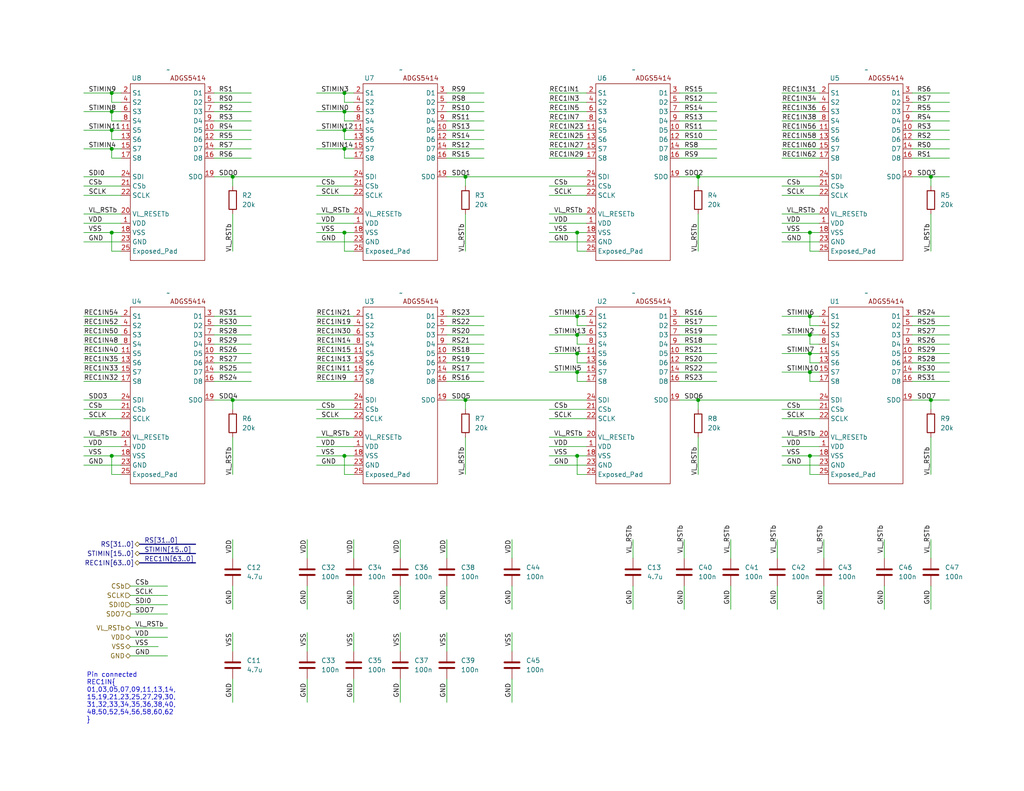
<source format=kicad_sch>
(kicad_sch (version 20231120) (generator "eeschema") (generator_version "8.0")
  (paper "USLetter")
  (title_block (title "Iris-128S") (date "2024-04-12") (rev "1.0.0") (company "OpenIC"))
  (lib_symbols
    (symbol "Device:C" (pin_numbers hide) (pin_names (offset 0.254))
      (property "Reference" "C" (at 0.635 2.54 0))
      (property "Value" "C" (at 0.635 -2.54 0))
      (symbol "C_0_1"
        (polyline (pts (xy -2.032 -0.762) (xy 2.032 -0.762)) (stroke (width 0.508)))
        (polyline (pts (xy -2.032 0.762) (xy 2.032 0.762)) (stroke (width 0.508)))
      )
      (symbol "C_1_1"
        (pin passive line (at 0 3.81 270) (length 2.794) (name "~") (number "1"))
        (pin passive line (at 0 -3.81 90) (length 2.794) (name "~") (number "2"))
      )
    )
    (symbol "Device:R" (pin_numbers hide) (pin_names (offset 0))
      (property "Reference" "R" (at 2.032 0 90))
      (property "Value" "R" (at 0 0 90))
      (symbol "R_0_1"
        (rectangle (start -1.016 -2.54) (end 1.016 2.54) (stroke (width 0.254)))
      )
      (symbol "R_1_1"
        (pin passive line (at 0 3.81 270) (length 1.27) (name "~") (number "1"))
        (pin passive line (at 0 -3.81 90) (length 1.27) (name "~") (number "2"))
      )
    )
    (symbol "openic_main:ADGS5414"
      (property "Reference" "U" (at -9.144 24.384 0))
      (symbol "ADGS5414_0_1"
        (rectangle (start -10.16 22.86) (end 10.16 -25.4))
      )
      (symbol "ADGS5414_1_1"
        (text "ADGS5414" (at 5.588 24.384 0) (effects (font (size 1.27 1.27))))
        (pin power_in line (at -12.7 -15.24 0) (length 2.54) (name "VDD") (number "1"))
        (pin bidirectional line (at 12.7 10.16 180) (length 2.54) (name "D5") (number "10"))
        (pin bidirectional line (at -12.7 10.16 0) (length 2.54) (name "S5") (number "11"))
        (pin bidirectional line (at 12.7 7.62 180) (length 2.54) (name "D6") (number "12"))
        (pin bidirectional line (at -12.7 7.62 0) (length 2.54) (name "S6") (number "13"))
        (pin bidirectional line (at 12.7 5.08 180) (length 2.54) (name "D7") (number "14"))
        (pin bidirectional line (at -12.7 5.08 0) (length 2.54) (name "S7") (number "15"))
        (pin bidirectional line (at 12.7 2.54 180) (length 2.54) (name "D8") (number "16"))
        (pin bidirectional line (at -12.7 2.54 0) (length 2.54) (name "S8") (number "17"))
        (pin power_in line (at -12.7 -17.78 0) (length 2.54) (name "VSS") (number "18"))
        (pin output line (at 12.7 -2.54 180) (length 2.54) (name "SDO") (number "19"))
        (pin bidirectional line (at -12.7 20.32 0) (length 2.54) (name "S1") (number "2"))
        (pin power_in line (at -12.7 -12.7 0) (length 2.54) (name "VL_RESETb") (number "20"))
        (pin input line (at -12.7 -5.08 0) (length 2.54) (name "CSb") (number "21"))
        (pin input line (at -12.7 -7.62 0) (length 2.54) (name "SCLK") (number "22"))
        (pin power_in line (at -12.7 -20.32 0) (length 2.54) (name "GND") (number "23"))
        (pin input line (at -12.7 -2.54 0) (length 2.54) (name "SDI") (number "24"))
        (pin power_in line (at -12.7 -22.86 0) (length 2.54) (name "Exposed_Pad") (number "25"))
        (pin bidirectional line (at 12.7 20.32 180) (length 2.54) (name "D1") (number "3"))
        (pin bidirectional line (at -12.7 17.78 0) (length 2.54) (name "S2") (number "4"))
        (pin bidirectional line (at 12.7 17.78 180) (length 2.54) (name "D2") (number "5"))
        (pin bidirectional line (at -12.7 15.24 0) (length 2.54) (name "S3") (number "6"))
        (pin bidirectional line (at 12.7 15.24 180) (length 2.54) (name "D3") (number "7"))
        (pin bidirectional line (at -12.7 12.7 0) (length 2.54) (name "S4") (number "8"))
        (pin bidirectional line (at 12.7 12.7 180) (length 2.54) (name "D4") (number "9"))
      )
    )
  )
  (junction (at 93.98 63.5))
  (junction (at 157.48 86.36))
  (junction (at 93.98 124.46))
  (junction (at 157.48 63.5))
  (junction (at 30.48 25.4))
  (junction (at 127 109.22))
  (junction (at 30.48 30.48))
  (junction (at 93.98 25.4))
  (junction (at 63.5 109.22))
  (junction (at 157.48 91.44))
  (junction (at 220.98 101.6))
  (junction (at 30.48 63.5))
  (junction (at 190.5 48.26))
  (junction (at 157.48 101.6))
  (junction (at 254 48.26))
  (junction (at 220.98 124.46))
  (junction (at 93.98 35.56))
  (junction (at 157.48 96.52))
  (junction (at 30.48 124.46))
  (junction (at 220.98 63.5))
  (junction (at 30.48 40.64))
  (junction (at 93.98 40.64))
  (junction (at 220.98 96.52))
  (junction (at 254 109.22))
  (junction (at 157.48 124.46))
  (junction (at 127 48.26))
  (junction (at 63.5 48.26))
  (junction (at 220.98 91.44))
  (junction (at 220.98 86.36))
  (junction (at 93.98 30.48))
  (junction (at 30.48 35.56))
  (junction (at 190.5 109.22))
  (wire (pts (xy 213.36 66.04) (xy 223.52 66.04)))
  (wire (pts (xy 185.42 33.02) (xy 195.58 33.02)))
  (wire (pts (xy 220.98 68.58) (xy 220.98 63.5)))
  (wire (pts (xy 157.48 88.9) (xy 157.48 86.36)))
  (wire (pts (xy 248.92 38.1) (xy 259.08 38.1)))
  (wire (pts (xy 86.36 50.8) (xy 96.52 50.8)))
  (wire (pts (xy 213.36 124.46) (xy 220.98 124.46)))
  (wire (pts (xy 185.42 101.6) (xy 195.58 101.6)))
  (wire (pts (xy 121.92 40.64) (xy 132.08 40.64)))
  (wire (pts (xy 86.36 121.92) (xy 96.52 121.92)))
  (wire (pts (xy 149.86 38.1) (xy 160.02 38.1)))
  (wire (pts (xy 30.48 68.58) (xy 30.48 63.5)))
  (wire (pts (xy 121.92 30.48) (xy 132.08 30.48)))
  (wire (pts (xy 30.48 43.18) (xy 30.48 40.64)))
  (wire (pts (xy 86.36 93.98) (xy 96.52 93.98)))
  (wire (pts (xy 172.72 147.32) (xy 172.72 152.4)))
  (wire (pts (xy 213.36 96.52) (xy 220.98 96.52)))
  (wire (pts (xy 121.92 25.4) (xy 132.08 25.4)))
  (wire (pts (xy 30.48 35.56) (xy 33.02 35.56)))
  (wire (pts (xy 185.42 27.94) (xy 195.58 27.94)))
  (wire (pts (xy 213.36 43.18) (xy 223.52 43.18)))
  (wire (pts (xy 127 58.42) (xy 127 68.58)))
  (wire (pts (xy 30.48 63.5) (xy 33.02 63.5)))
  (wire (pts (xy 212.09 147.32) (xy 212.09 152.4)))
  (wire (pts (xy 248.92 93.98) (xy 259.08 93.98)))
  (wire (pts (xy 185.42 96.52) (xy 195.58 96.52)))
  (wire (pts (xy 190.5 119.38) (xy 190.5 129.54)))
  (wire (pts (xy 248.92 101.6) (xy 259.08 101.6)))
  (wire (pts (xy 22.86 101.6) (xy 33.02 101.6)))
  (wire (pts (xy 127 48.26) (xy 160.02 48.26)))
  (wire (pts (xy 86.36 99.06) (xy 96.52 99.06)))
  (wire (pts (xy 58.42 104.14) (xy 68.58 104.14)))
  (wire (pts (xy 190.5 109.22) (xy 190.5 111.76)))
  (wire (pts (xy 220.98 88.9) (xy 220.98 86.36)))
  (wire (pts (xy 22.86 48.26) (xy 33.02 48.26)))
  (wire (pts (xy 22.86 91.44) (xy 33.02 91.44)))
  (bus (pts (xy 38.1 148.59) (xy 53.34 148.59)))
  (wire (pts (xy 35.56 167.64) (xy 45.72 167.64)))
  (wire (pts (xy 86.36 104.14) (xy 96.52 104.14)))
  (wire (pts (xy 109.22 147.32) (xy 109.22 152.4)))
  (wire (pts (xy 149.86 33.02) (xy 160.02 33.02)))
  (wire (pts (xy 213.36 33.02) (xy 223.52 33.02)))
  (wire (pts (xy 93.98 30.48) (xy 96.52 30.48)))
  (wire (pts (xy 121.92 96.52) (xy 132.08 96.52)))
  (wire (pts (xy 190.5 48.26) (xy 223.52 48.26)))
  (wire (pts (xy 58.42 99.06) (xy 68.58 99.06)))
  (wire (pts (xy 22.86 35.56) (xy 30.48 35.56)))
  (wire (pts (xy 35.56 173.99) (xy 45.72 173.99)))
  (wire (pts (xy 58.42 88.9) (xy 68.58 88.9)))
  (wire (pts (xy 149.86 86.36) (xy 157.48 86.36)))
  (wire (pts (xy 96.52 68.58) (xy 93.98 68.58)))
  (wire (pts (xy 35.56 171.45) (xy 45.72 171.45)))
  (wire (pts (xy 149.86 96.52) (xy 157.48 96.52)))
  (wire (pts (xy 96.52 33.02) (xy 93.98 33.02)))
  (wire (pts (xy 96.52 185.42) (xy 96.52 191.77)))
  (wire (pts (xy 127 48.26) (xy 127 50.8)))
  (wire (pts (xy 63.5 48.26) (xy 63.5 50.8)))
  (wire (pts (xy 22.86 86.36) (xy 33.02 86.36)))
  (wire (pts (xy 83.82 185.42) (xy 83.82 191.77)))
  (wire (pts (xy 220.98 96.52) (xy 223.52 96.52)))
  (wire (pts (xy 35.56 176.53) (xy 43.18 176.53)))
  (wire (pts (xy 149.86 60.96) (xy 160.02 60.96)))
  (wire (pts (xy 220.98 124.46) (xy 223.52 124.46)))
  (wire (pts (xy 93.98 40.64) (xy 96.52 40.64)))
  (wire (pts (xy 58.42 96.52) (xy 68.58 96.52)))
  (wire (pts (xy 220.98 91.44) (xy 223.52 91.44)))
  (wire (pts (xy 254 48.26) (xy 259.08 48.26)))
  (wire (pts (xy 58.42 109.22) (xy 63.5 109.22)))
  (wire (pts (xy 33.02 43.18) (xy 30.48 43.18)))
  (wire (pts (xy 58.42 86.36) (xy 68.58 86.36)))
  (wire (pts (xy 93.98 38.1) (xy 93.98 35.56)))
  (wire (pts (xy 185.42 30.48) (xy 195.58 30.48)))
  (wire (pts (xy 213.36 35.56) (xy 223.52 35.56)))
  (wire (pts (xy 30.48 124.46) (xy 33.02 124.46)))
  (wire (pts (xy 22.86 127) (xy 33.02 127)))
  (wire (pts (xy 86.36 114.3) (xy 96.52 114.3)))
  (wire (pts (xy 83.82 160.02) (xy 83.82 166.37)))
  (wire (pts (xy 121.92 38.1) (xy 132.08 38.1)))
  (wire (pts (xy 157.48 68.58) (xy 157.48 63.5)))
  (wire (pts (xy 86.36 96.52) (xy 96.52 96.52)))
  (wire (pts (xy 254 48.26) (xy 254 50.8)))
  (wire (pts (xy 199.39 147.32) (xy 199.39 152.4)))
  (wire (pts (xy 157.48 104.14) (xy 157.48 101.6)))
  (wire (pts (xy 35.56 179.07) (xy 45.72 179.07)))
  (wire (pts (xy 185.42 43.18) (xy 195.58 43.18)))
  (wire (pts (xy 190.5 48.26) (xy 190.5 50.8)))
  (wire (pts (xy 127 109.22) (xy 160.02 109.22)))
  (wire (pts (xy 160.02 129.54) (xy 157.48 129.54)))
  (wire (pts (xy 93.98 63.5) (xy 96.52 63.5)))
  (wire (pts (xy 223.52 88.9) (xy 220.98 88.9)))
  (wire (pts (xy 149.86 50.8) (xy 160.02 50.8)))
  (wire (pts (xy 157.48 101.6) (xy 160.02 101.6)))
  (wire (pts (xy 33.02 27.94) (xy 30.48 27.94)))
  (wire (pts (xy 121.92 160.02) (xy 121.92 166.37)))
  (wire (pts (xy 121.92 109.22) (xy 127 109.22)))
  (wire (pts (xy 224.79 147.32) (xy 224.79 152.4)))
  (wire (pts (xy 22.86 50.8) (xy 33.02 50.8)))
  (wire (pts (xy 121.92 99.06) (xy 132.08 99.06)))
  (wire (pts (xy 149.86 53.34) (xy 160.02 53.34)))
  (wire (pts (xy 157.48 99.06) (xy 157.48 96.52)))
  (wire (pts (xy 149.86 119.38) (xy 160.02 119.38)))
  (wire (pts (xy 121.92 104.14) (xy 132.08 104.14)))
  (wire (pts (xy 86.36 101.6) (xy 96.52 101.6)))
  (wire (pts (xy 86.36 58.42) (xy 96.52 58.42)))
  (wire (pts (xy 160.02 104.14) (xy 157.48 104.14)))
  (wire (pts (xy 93.98 124.46) (xy 96.52 124.46)))
  (wire (pts (xy 139.7 147.32) (xy 139.7 152.4)))
  (wire (pts (xy 185.42 104.14) (xy 195.58 104.14)))
  (wire (pts (xy 186.69 147.32) (xy 186.69 152.4)))
  (wire (pts (xy 121.92 86.36) (xy 132.08 86.36)))
  (wire (pts (xy 22.86 58.42) (xy 33.02 58.42)))
  (wire (pts (xy 63.5 58.42) (xy 63.5 68.58)))
  (wire (pts (xy 213.36 40.64) (xy 223.52 40.64)))
  (wire (pts (xy 33.02 129.54) (xy 30.48 129.54)))
  (wire (pts (xy 212.09 160.02) (xy 212.09 166.37)))
  (wire (pts (xy 254 109.22) (xy 254 111.76)))
  (wire (pts (xy 157.48 129.54) (xy 157.48 124.46)))
  (wire (pts (xy 241.3 147.32) (xy 241.3 152.4)))
  (wire (pts (xy 121.92 185.42) (xy 121.92 191.77)))
  (wire (pts (xy 185.42 40.64) (xy 195.58 40.64)))
  (wire (pts (xy 63.5 147.32) (xy 63.5 152.4)))
  (wire (pts (xy 185.42 88.9) (xy 195.58 88.9)))
  (wire (pts (xy 58.42 101.6) (xy 68.58 101.6)))
  (wire (pts (xy 121.92 172.72) (xy 121.92 177.8)))
  (wire (pts (xy 86.36 25.4) (xy 93.98 25.4)))
  (wire (pts (xy 254 147.32) (xy 254 152.4)))
  (wire (pts (xy 149.86 25.4) (xy 160.02 25.4)))
  (wire (pts (xy 22.86 53.34) (xy 33.02 53.34)))
  (wire (pts (xy 33.02 68.58) (xy 30.48 68.58)))
  (wire (pts (xy 149.86 58.42) (xy 160.02 58.42)))
  (wire (pts (xy 35.56 160.02) (xy 45.72 160.02)))
  (wire (pts (xy 213.36 58.42) (xy 223.52 58.42)))
  (wire (pts (xy 223.52 93.98) (xy 220.98 93.98)))
  (wire (pts (xy 22.86 114.3) (xy 33.02 114.3)))
  (wire (pts (xy 185.42 91.44) (xy 195.58 91.44)))
  (wire (pts (xy 248.92 40.64) (xy 259.08 40.64)))
  (wire (pts (xy 248.92 30.48) (xy 259.08 30.48)))
  (wire (pts (xy 149.86 111.76) (xy 160.02 111.76)))
  (wire (pts (xy 30.48 27.94) (xy 30.48 25.4)))
  (wire (pts (xy 248.92 104.14) (xy 259.08 104.14)))
  (wire (pts (xy 22.86 109.22) (xy 33.02 109.22)))
  (wire (pts (xy 58.42 30.48) (xy 68.58 30.48)))
  (wire (pts (xy 58.42 93.98) (xy 68.58 93.98)))
  (wire (pts (xy 22.86 99.06) (xy 33.02 99.06)))
  (wire (pts (xy 248.92 27.94) (xy 259.08 27.94)))
  (wire (pts (xy 96.52 38.1) (xy 93.98 38.1)))
  (wire (pts (xy 157.48 124.46) (xy 160.02 124.46)))
  (wire (pts (xy 86.36 53.34) (xy 96.52 53.34)))
  (wire (pts (xy 127 119.38) (xy 127 129.54)))
  (wire (pts (xy 93.98 129.54) (xy 93.98 124.46)))
  (wire (pts (xy 160.02 99.06) (xy 157.48 99.06)))
  (wire (pts (xy 149.86 101.6) (xy 157.48 101.6)))
  (wire (pts (xy 86.36 60.96) (xy 96.52 60.96)))
  (wire (pts (xy 58.42 33.02) (xy 68.58 33.02)))
  (wire (pts (xy 63.5 160.02) (xy 63.5 166.37)))
  (wire (pts (xy 127 109.22) (xy 127 111.76)))
  (wire (pts (xy 93.98 27.94) (xy 93.98 25.4)))
  (wire (pts (xy 30.48 30.48) (xy 33.02 30.48)))
  (wire (pts (xy 160.02 93.98) (xy 157.48 93.98)))
  (wire (pts (xy 22.86 104.14) (xy 33.02 104.14)))
  (wire (pts (xy 33.02 38.1) (xy 30.48 38.1)))
  (wire (pts (xy 30.48 38.1) (xy 30.48 35.56)))
  (wire (pts (xy 213.36 38.1) (xy 223.52 38.1)))
  (wire (pts (xy 86.36 119.38) (xy 96.52 119.38)))
  (wire (pts (xy 213.36 63.5) (xy 220.98 63.5)))
  (wire (pts (xy 22.86 40.64) (xy 30.48 40.64)))
  (wire (pts (xy 93.98 33.02) (xy 93.98 30.48)))
  (wire (pts (xy 139.7 172.72) (xy 139.7 177.8)))
  (wire (pts (xy 248.92 91.44) (xy 259.08 91.44)))
  (wire (pts (xy 149.86 27.94) (xy 160.02 27.94)))
  (wire (pts (xy 248.92 25.4) (xy 259.08 25.4)))
  (wire (pts (xy 109.22 160.02) (xy 109.22 166.37)))
  (wire (pts (xy 86.36 30.48) (xy 93.98 30.48)))
  (wire (pts (xy 160.02 88.9) (xy 157.48 88.9)))
  (wire (pts (xy 22.86 30.48) (xy 30.48 30.48)))
  (wire (pts (xy 149.86 124.46) (xy 157.48 124.46)))
  (wire (pts (xy 22.86 60.96) (xy 33.02 60.96)))
  (wire (pts (xy 22.86 63.5) (xy 30.48 63.5)))
  (wire (pts (xy 30.48 25.4) (xy 33.02 25.4)))
  (wire (pts (xy 248.92 48.26) (xy 254 48.26)))
  (wire (pts (xy 149.86 91.44) (xy 157.48 91.44)))
  (wire (pts (xy 213.36 101.6) (xy 220.98 101.6)))
  (wire (pts (xy 213.36 127) (xy 223.52 127)))
  (wire (pts (xy 223.52 99.06) (xy 220.98 99.06)))
  (wire (pts (xy 139.7 185.42) (xy 139.7 191.77)))
  (bus (pts (xy 38.1 153.67) (xy 53.34 153.67)))
  (wire (pts (xy 149.86 121.92) (xy 160.02 121.92)))
  (wire (pts (xy 149.86 35.56) (xy 160.02 35.56)))
  (wire (pts (xy 35.56 165.1) (xy 45.72 165.1)))
  (wire (pts (xy 248.92 109.22) (xy 254 109.22)))
  (wire (pts (xy 241.3 160.02) (xy 241.3 166.37)))
  (wire (pts (xy 96.52 43.18) (xy 93.98 43.18)))
  (wire (pts (xy 109.22 172.72) (xy 109.22 177.8)))
  (wire (pts (xy 121.92 35.56) (xy 132.08 35.56)))
  (wire (pts (xy 22.86 119.38) (xy 33.02 119.38)))
  (wire (pts (xy 93.98 25.4) (xy 96.52 25.4)))
  (wire (pts (xy 121.92 33.02) (xy 132.08 33.02)))
  (wire (pts (xy 86.36 86.36) (xy 96.52 86.36)))
  (wire (pts (xy 185.42 99.06) (xy 195.58 99.06)))
  (wire (pts (xy 58.42 91.44) (xy 68.58 91.44)))
  (wire (pts (xy 248.92 86.36) (xy 259.08 86.36)))
  (wire (pts (xy 121.92 43.18) (xy 132.08 43.18)))
  (wire (pts (xy 213.36 30.48) (xy 223.52 30.48)))
  (wire (pts (xy 160.02 68.58) (xy 157.48 68.58)))
  (wire (pts (xy 149.86 63.5) (xy 157.48 63.5)))
  (wire (pts (xy 254 160.02) (xy 254 166.37)))
  (wire (pts (xy 58.42 48.26) (xy 63.5 48.26)))
  (wire (pts (xy 58.42 25.4) (xy 68.58 25.4)))
  (wire (pts (xy 58.42 43.18) (xy 68.58 43.18)))
  (wire (pts (xy 213.36 53.34) (xy 223.52 53.34)))
  (wire (pts (xy 58.42 38.1) (xy 68.58 38.1)))
  (wire (pts (xy 213.36 86.36) (xy 220.98 86.36)))
  (wire (pts (xy 248.92 43.18) (xy 259.08 43.18)))
  (wire (pts (xy 83.82 172.72) (xy 83.82 177.8)))
  (wire (pts (xy 223.52 68.58) (xy 220.98 68.58)))
  (wire (pts (xy 30.48 30.48) (xy 30.48 33.02)))
  (wire (pts (xy 22.86 111.76) (xy 33.02 111.76)))
  (wire (pts (xy 213.36 50.8) (xy 223.52 50.8)))
  (wire (pts (xy 35.56 162.56) (xy 45.72 162.56)))
  (wire (pts (xy 58.42 40.64) (xy 68.58 40.64)))
  (wire (pts (xy 213.36 60.96) (xy 223.52 60.96)))
  (wire (pts (xy 220.98 86.36) (xy 223.52 86.36)))
  (wire (pts (xy 223.52 104.14) (xy 220.98 104.14)))
  (wire (pts (xy 213.36 91.44) (xy 220.98 91.44)))
  (wire (pts (xy 22.86 25.4) (xy 30.48 25.4)))
  (wire (pts (xy 86.36 127) (xy 96.52 127)))
  (wire (pts (xy 220.98 93.98) (xy 220.98 91.44)))
  (wire (pts (xy 121.92 91.44) (xy 132.08 91.44)))
  (wire (pts (xy 33.02 33.02) (xy 30.48 33.02)))
  (wire (pts (xy 22.86 124.46) (xy 30.48 124.46)))
  (bus (pts (xy 38.1 151.13) (xy 53.34 151.13)))
  (wire (pts (xy 185.42 86.36) (xy 195.58 86.36)))
  (wire (pts (xy 223.52 129.54) (xy 220.98 129.54)))
  (wire (pts (xy 86.36 88.9) (xy 96.52 88.9)))
  (wire (pts (xy 149.86 66.04) (xy 160.02 66.04)))
  (wire (pts (xy 185.42 38.1) (xy 195.58 38.1)))
  (wire (pts (xy 248.92 96.52) (xy 259.08 96.52)))
  (wire (pts (xy 213.36 121.92) (xy 223.52 121.92)))
  (wire (pts (xy 109.22 185.42) (xy 109.22 191.77)))
  (wire (pts (xy 96.52 160.02) (xy 96.52 166.37)))
  (wire (pts (xy 157.48 93.98) (xy 157.48 91.44)))
  (wire (pts (xy 83.82 147.32) (xy 83.82 152.4)))
  (wire (pts (xy 254 119.38) (xy 254 129.54)))
  (wire (pts (xy 186.69 160.02) (xy 186.69 166.37)))
  (wire (pts (xy 220.98 101.6) (xy 223.52 101.6)))
  (wire (pts (xy 96.52 147.32) (xy 96.52 152.4)))
  (wire (pts (xy 86.36 111.76) (xy 96.52 111.76)))
  (wire (pts (xy 248.92 99.06) (xy 259.08 99.06)))
  (wire (pts (xy 86.36 40.64) (xy 93.98 40.64)))
  (wire (pts (xy 30.48 129.54) (xy 30.48 124.46)))
  (wire (pts (xy 172.72 160.02) (xy 172.72 166.37)))
  (wire (pts (xy 96.52 27.94) (xy 93.98 27.94)))
  (wire (pts (xy 248.92 35.56) (xy 259.08 35.56)))
  (wire (pts (xy 121.92 88.9) (xy 132.08 88.9)))
  (wire (pts (xy 22.86 121.92) (xy 33.02 121.92)))
  (wire (pts (xy 63.5 109.22) (xy 63.5 111.76)))
  (wire (pts (xy 93.98 68.58) (xy 93.98 63.5)))
  (wire (pts (xy 121.92 27.94) (xy 132.08 27.94)))
  (wire (pts (xy 149.86 43.18) (xy 160.02 43.18)))
  (wire (pts (xy 63.5 109.22) (xy 96.52 109.22)))
  (wire (pts (xy 149.86 40.64) (xy 160.02 40.64)))
  (wire (pts (xy 86.36 35.56) (xy 93.98 35.56)))
  (wire (pts (xy 224.79 160.02) (xy 224.79 166.37)))
  (wire (pts (xy 22.86 66.04) (xy 33.02 66.04)))
  (wire (pts (xy 96.52 129.54) (xy 93.98 129.54)))
  (wire (pts (xy 185.42 35.56) (xy 195.58 35.56)))
  (wire (pts (xy 185.42 93.98) (xy 195.58 93.98)))
  (wire (pts (xy 22.86 96.52) (xy 33.02 96.52)))
  (wire (pts (xy 157.48 63.5) (xy 160.02 63.5)))
  (wire (pts (xy 96.52 172.72) (xy 96.52 177.8)))
  (wire (pts (xy 157.48 91.44) (xy 160.02 91.44)))
  (wire (pts (xy 63.5 172.72) (xy 63.5 177.8)))
  (wire (pts (xy 86.36 124.46) (xy 93.98 124.46)))
  (wire (pts (xy 254 109.22) (xy 259.08 109.22)))
  (wire (pts (xy 185.42 109.22) (xy 190.5 109.22)))
  (wire (pts (xy 121.92 93.98) (xy 132.08 93.98)))
  (wire (pts (xy 220.98 129.54) (xy 220.98 124.46)))
  (wire (pts (xy 93.98 35.56) (xy 96.52 35.56)))
  (wire (pts (xy 190.5 58.42) (xy 190.5 68.58)))
  (wire (pts (xy 121.92 101.6) (xy 132.08 101.6)))
  (wire (pts (xy 248.92 33.02) (xy 259.08 33.02)))
  (wire (pts (xy 220.98 63.5) (xy 223.52 63.5)))
  (wire (pts (xy 213.36 111.76) (xy 223.52 111.76)))
  (wire (pts (xy 199.39 160.02) (xy 199.39 166.37)))
  (wire (pts (xy 22.86 88.9) (xy 33.02 88.9)))
  (wire (pts (xy 248.92 88.9) (xy 259.08 88.9)))
  (wire (pts (xy 63.5 48.26) (xy 96.52 48.26)))
  (wire (pts (xy 86.36 66.04) (xy 96.52 66.04)))
  (wire (pts (xy 58.42 27.94) (xy 68.58 27.94)))
  (wire (pts (xy 220.98 99.06) (xy 220.98 96.52)))
  (wire (pts (xy 58.42 35.56) (xy 68.58 35.56)))
  (wire (pts (xy 213.36 25.4) (xy 223.52 25.4)))
  (wire (pts (xy 63.5 185.42) (xy 63.5 191.77)))
  (wire (pts (xy 254 58.42) (xy 254 68.58)))
  (wire (pts (xy 213.36 27.94) (xy 223.52 27.94)))
  (wire (pts (xy 185.42 48.26) (xy 190.5 48.26)))
  (wire (pts (xy 157.48 96.52) (xy 160.02 96.52)))
  (wire (pts (xy 149.86 127) (xy 160.02 127)))
  (wire (pts (xy 63.5 119.38) (xy 63.5 129.54)))
  (wire (pts (xy 149.86 114.3) (xy 160.02 114.3)))
  (wire (pts (xy 30.48 40.64) (xy 33.02 40.64)))
  (wire (pts (xy 185.42 25.4) (xy 195.58 25.4)))
  (wire (pts (xy 93.98 43.18) (xy 93.98 40.64)))
  (wire (pts (xy 121.92 147.32) (xy 121.92 152.4)))
  (wire (pts (xy 149.86 30.48) (xy 160.02 30.48)))
  (wire (pts (xy 86.36 63.5) (xy 93.98 63.5)))
  (wire (pts (xy 213.36 119.38) (xy 223.52 119.38)))
  (wire (pts (xy 220.98 104.14) (xy 220.98 101.6)))
  (wire (pts (xy 139.7 160.02) (xy 139.7 166.37)))
  (wire (pts (xy 86.36 91.44) (xy 96.52 91.44)))
  (wire (pts (xy 213.36 114.3) (xy 223.52 114.3)))
  (wire (pts (xy 190.5 109.22) (xy 223.52 109.22)))
  (wire (pts (xy 22.86 93.98) (xy 33.02 93.98)))
  (wire (pts (xy 157.48 86.36) (xy 160.02 86.36)))
  (wire (pts (xy 121.92 48.26) (xy 127 48.26)))
  (text "Pin connected\nREC1IN{\n01,03,05,07,09,11,13,14,\n15,19,21,23,25,27,29,30,\n31,32,33,34,35,36,38,40,\n48,50,52,54,56,58,60,62\n}" (at 23.622 190.5 0) (effects (font (size 1.27 1.27)) (justify left)))
  (label "RS27" (at 250.19 91.44 0))
  (label "RS18" (at 186.69 93.98 0))
  (label "VSS" (at 139.7 176.53 90))
  (label "GND" (at 87.63 66.04 0))
  (label "REC1IN3" (at 149.86 27.94 0))
  (label "SDO3" (at 250.19 48.26 0))
  (label "GND" (at 24.13 127 0))
  (label "SDO7" (at 36.83 167.64 0))
  (label "REC1IN31" (at 213.36 25.4 0))
  (label "VL_RSTb" (at 212.09 151.13 90))
  (label "REC1IN25" (at 149.86 38.1 0))
  (label "RS19" (at 123.19 99.06 0))
  (label "SDO3" (at 24.13 109.22 0))
  (label "RS14" (at 123.19 38.1 0))
  (label "RS14" (at 186.69 30.48 0))
  (label "VSS" (at 24.13 124.46 0))
  (label "SCLK" (at 87.63 114.3 0))
  (label "REC1IN7" (at 149.86 33.02 0))
  (label "VDD" (at 121.92 151.13 90))
  (label "REC1IN50" (at 22.86 91.44 0))
  (label "GND" (at 139.7 190.5 90))
  (label "VL_RSTb" (at 186.69 151.13 90))
  (label "REC1IN5" (at 149.86 30.48 0))
  (label "VL_RSTb" (at 24.13 119.38 0))
  (label "VDD" (at 214.63 121.92 0))
  (label "VL_RSTb" (at 151.13 119.38 0))
  (label "VSS" (at 96.52 176.53 90))
  (label "RS28" (at 59.69 91.44 0))
  (label "RS0" (at 59.69 27.94 0))
  (label "CSb" (at 151.13 111.76 0))
  (label "SDO1" (at 123.19 48.26 0))
  (label "RS7" (at 59.69 40.64 0))
  (label "RS10" (at 186.69 38.1 0))
  (label "SCLK" (at 87.63 53.34 0))
  (label "VL_RSTb" (at 87.63 58.42 0))
  (label "GND" (at 212.09 165.1 90))
  (label "VSS" (at 24.13 63.5 0))
  (label "CSb" (at 214.63 50.8 0))
  (label "RS17" (at 123.19 101.6 0))
  (label "STIMIN0" (at 87.63 30.48 0))
  (label "GND" (at 241.3 165.1 90))
  (label "REC1IN30" (at 86.36 91.44 0))
  (label "SDO7" (at 250.19 109.22 0))
  (label "RS4" (at 59.69 35.56 0))
  (label "RS3" (at 59.69 33.02 0))
  (label "RS20" (at 186.69 99.06 0))
  (label "REC1IN9" (at 86.36 104.14 0))
  (label "VL_RSTb" (at 63.5 121.92 270))
  (label "STIMIN4" (at 24.13 40.64 0))
  (label "GND" (at 96.52 190.5 90))
  (label "RS[31..0]" (at 39.37 148.59 0))
  (label "REC1IN35" (at 22.86 99.06 0))
  (label "VSS" (at 151.13 124.46 0))
  (label "SCLK" (at 24.13 114.3 0))
  (label "RS12" (at 123.19 40.64 0))
  (label "RS6" (at 59.69 43.18 0))
  (label "RS30" (at 59.69 88.9 0))
  (label "VDD" (at 109.22 151.13 90))
  (label "RS12" (at 186.69 27.94 0))
  (label "GND" (at 83.82 190.5 90))
  (label "SCLK" (at 214.63 114.3 0))
  (label "REC1IN40" (at 22.86 96.52 0))
  (label "SDO4" (at 59.69 109.22 0))
  (label "VSS" (at 109.22 176.53 90))
  (label "VSS" (at 151.13 63.5 0))
  (label "SDO6" (at 186.69 109.22 0))
  (label "RS31" (at 59.69 86.36 0))
  (label "CSb" (at 87.63 111.76 0))
  (label "VL_RSTb" (at 254 151.13 90))
  (label "RS9" (at 186.69 43.18 0))
  (label "VSS" (at 63.5 176.53 90))
  (label "RS1" (at 250.19 43.18 0))
  (label "VL_RSTb" (at 127 121.92 270))
  (label "RS18" (at 123.19 96.52 0))
  (label "VL_RSTb" (at 63.5 60.96 270))
  (label "RS29" (at 250.19 96.52 0))
  (label "VDD" (at 87.63 60.96 0))
  (label "RS0" (at 250.19 40.64 0))
  (label "VDD" (at 139.7 151.13 90))
  (label "VL_RSTb" (at 190.5 60.96 270))
  (label "RS10" (at 123.19 30.48 0))
  (label "VL_RSTb" (at 127 60.96 270))
  (label "GND" (at 63.5 190.5 90))
  (label "RS2" (at 250.19 38.1 0))
  (label "RS15" (at 123.19 43.18 0))
  (label "GND" (at 214.63 127 0))
  (label "STIMIN6" (at 214.63 86.36 0))
  (label "GND" (at 121.92 165.1 90))
  (label "STIMIN11" (at 24.13 35.56 0))
  (label "RS23" (at 123.19 86.36 0))
  (label "STIMIN1" (at 151.13 96.52 0))
  (label "RS23" (at 186.69 104.14 0))
  (label "GND" (at 109.22 190.5 90))
  (label "SCLK" (at 151.13 114.3 0))
  (label "VL_RSTb" (at 254 121.92 270))
  (label "GND" (at 24.13 66.04 0))
  (label "SDO5" (at 123.19 109.22 0))
  (label "GND" (at 214.63 66.04 0))
  (label "GND" (at 199.39 165.1 90))
  (label "REC1IN[63..0]" (at 39.37 153.67 0))
  (label "VL_RSTb" (at 254 60.96 270))
  (label "STIMIN[15..0]" (at 39.37 151.13 0))
  (label "VL_RSTb" (at 214.63 58.42 0))
  (label "REC1IN38" (at 213.36 33.02 0))
  (label "VL_RSTb" (at 172.72 151.13 90))
  (label "SDO0" (at 59.69 48.26 0))
  (label "RS5" (at 250.19 30.48 0))
  (label "VL_RSTb" (at 151.13 58.42 0))
  (label "RS4" (at 250.19 33.02 0))
  (label "VSS" (at 214.63 124.46 0))
  (label "RS26" (at 59.69 96.52 0))
  (label "RS30" (at 250.19 101.6 0))
  (label "SDI0" (at 24.13 48.26 0))
  (label "RS13" (at 186.69 33.02 0))
  (label "RS19" (at 186.69 91.44 0))
  (label "RS28" (at 250.19 99.06 0))
  (label "RS8" (at 123.19 27.94 0))
  (label "GND" (at 63.5 165.1 90))
  (label "GND" (at 121.92 190.5 90))
  (label "VDD" (at 24.13 121.92 0))
  (label "RS7" (at 250.19 27.94 0))
  (label "RS17" (at 186.69 88.9 0))
  (label "GND" (at 36.83 179.07 0))
  (label "RS11" (at 123.19 33.02 0))
  (label "STIMIN15" (at 151.13 86.36 0))
  (label "RS21" (at 123.19 93.98 0))
  (label "REC1IN56" (at 213.36 35.56 0))
  (label "RS25" (at 250.19 88.9 0))
  (label "SDI0" (at 36.83 165.1 0))
  (label "GND" (at 96.52 165.1 90))
  (label "VL_RSTb" (at 214.63 119.38 0))
  (label "VDD" (at 151.13 121.92 0))
  (label "RS16" (at 186.69 86.36 0))
  (label "VSS" (at 36.83 176.53 0))
  (label "RS13" (at 123.19 35.56 0))
  (label "SCLK" (at 24.13 53.34 0))
  (label "REC1IN14" (at 86.36 93.98 0))
  (label "RS6" (at 250.19 25.4 0))
  (label "STIMIN7" (at 214.63 96.52 0))
  (label "VDD" (at 63.5 151.13 90))
  (label "RS27" (at 59.69 99.06 0))
  (label "REC1IN48" (at 22.86 93.98 0))
  (label "RS9" (at 123.19 25.4 0))
  (label "SDO2" (at 186.69 48.26 0))
  (label "REC1IN23" (at 149.86 35.56 0))
  (label "REC1IN34" (at 213.36 27.94 0))
  (label "VDD" (at 87.63 121.92 0))
  (label "REC1IN21" (at 86.36 86.36 0))
  (label "REC1IN33" (at 22.86 101.6 0))
  (label "REC1IN36" (at 213.36 30.48 0))
  (label "CSb" (at 24.13 50.8 0))
  (label "STIMIN2" (at 214.63 91.44 0))
  (label "VSS" (at 121.92 176.53 90))
  (label "GND" (at 151.13 127 0))
  (label "VSS" (at 87.63 124.46 0))
  (label "CSb" (at 151.13 50.8 0))
  (label "GND" (at 224.79 165.1 90))
  (label "RS2" (at 59.69 30.48 0))
  (label "CSb" (at 87.63 50.8 0))
  (label "VDD" (at 151.13 60.96 0))
  (label "STIMIN14" (at 87.63 40.64 0))
  (label "REC1IN62" (at 213.36 43.18 0))
  (label "VDD" (at 214.63 60.96 0))
  (label "RS1" (at 59.69 25.4 0))
  (label "GND" (at 83.82 165.1 90))
  (label "REC1IN19" (at 86.36 88.9 0))
  (label "STIMIN10" (at 214.63 101.6 0))
  (label "VL_RSTb" (at 87.63 119.38 0))
  (label "RS15" (at 186.69 25.4 0))
  (label "REC1IN60" (at 213.36 40.64 0))
  (label "VDD" (at 24.13 60.96 0))
  (label "REC1IN54" (at 22.86 86.36 0))
  (label "VL_RSTb" (at 241.3 151.13 90))
  (label "VL_RSTb" (at 199.39 151.13 90))
  (label "REC1IN32" (at 22.86 104.14 0))
  (label "GND" (at 254 165.1 90))
  (label "VDD" (at 83.82 151.13 90))
  (label "REC1IN1" (at 149.86 25.4 0))
  (label "VL_RSTb" (at 36.83 171.45 0))
  (label "GND" (at 109.22 165.1 90))
  (label "RS20" (at 123.19 91.44 0))
  (label "RS8" (at 186.69 40.64 0))
  (label "SCLK" (at 214.63 53.34 0))
  (label "STIMIN9" (at 24.13 25.4 0))
  (label "STIMIN3" (at 87.63 25.4 0))
  (label "REC1IN52" (at 22.86 88.9 0))
  (label "REC1IN13" (at 86.36 99.06 0))
  (label "VSS" (at 87.63 63.5 0))
  (label "STIMIN5" (at 151.13 101.6 0))
  (label "RS16" (at 123.19 104.14 0))
  (label "RS11" (at 186.69 35.56 0))
  (label "SCLK" (at 151.13 53.34 0))
  (label "REC1IN29" (at 149.86 43.18 0))
  (label "VSS" (at 83.82 176.53 90))
  (label "STIMIN13" (at 151.13 91.44 0))
  (label "CSb" (at 24.13 111.76 0))
  (label "GND" (at 172.72 165.1 90))
  (label "VDD" (at 96.52 151.13 90))
  (label "RS3" (at 250.19 35.56 0))
  (label "CSb" (at 214.63 111.76 0))
  (label "GND" (at 151.13 66.04 0))
  (label "STIMIN8" (at 24.13 30.48 0))
  (label "REC1IN15" (at 86.36 96.52 0))
  (label "RS31" (at 250.19 104.14 0))
  (label "GND" (at 139.7 165.1 90))
  (label "CSb" (at 36.83 160.02 0))
  (label "RS5" (at 59.69 38.1 0))
  (label "VL_RSTb" (at 24.13 58.42 0))
  (label "RS22" (at 123.19 88.9 0))
  (label "RS25" (at 59.69 101.6 0))
  (label "SCLK" (at 36.83 162.56 0))
  (label "REC1IN58" (at 213.36 38.1 0))
  (label "RS24" (at 250.19 86.36 0))
  (label "STIMIN12" (at 87.63 35.56 0))
  (label "RS29" (at 59.69 93.98 0))
  (label "REC1IN11" (at 86.36 101.6 0))
  (label "RS22" (at 186.69 101.6 0))
  (label "VL_RSTb" (at 224.79 151.13 90))
  (label "VDD" (at 36.83 173.99 0))
  (label "GND" (at 186.69 165.1 90))
  (label "VL_RSTb" (at 190.5 121.92 270))
  (label "VSS" (at 214.63 63.5 0))
  (label "GND" (at 87.63 127 0))
  (label "RS24" (at 59.69 104.14 0))
  (label "RS21" (at 186.69 96.52 0))
  (label "REC1IN27" (at 149.86 40.64 0))
  (label "RS26" (at 250.19 93.98 0))
  (hierarchical_label "CSb" (shape input) (at 35.56 160.02 180))
  (hierarchical_label "SDI0" (shape input) (at 35.56 165.1 180))
  (hierarchical_label "SDO7" (shape output) (at 35.56 167.64 180))
  (hierarchical_label "REC1IN[63..0]" (shape bidirectional) (at 38.1 153.67 180))
  (hierarchical_label "GND" (shape bidirectional) (at 35.56 179.07 180))
  (hierarchical_label "VL_RSTb" (shape bidirectional) (at 35.56 171.45 180))
  (hierarchical_label "RS[31..0]" (shape bidirectional) (at 38.1 148.59 180))
  (hierarchical_label "STIMIN[15..0]" (shape bidirectional) (at 38.1 151.13 180))
  (hierarchical_label "SCLK" (shape input) (at 35.56 162.56 180))
  (hierarchical_label "VDD" (shape bidirectional) (at 35.56 173.99 180))
  (hierarchical_label "VSS" (shape bidirectional) (at 35.56 176.53 180))
  (symbol (lib_id "Device:C") (at 83.82 156.21 0) (unit 1)
    (property "Reference" "C32" (at 87.63 154.9399 0) (effects (justify left)))
    (property "Value" "100n" (at 87.63 157.4799 0) (effects (justify left)))
    (property "Footprint" "Capacitor_SMD:C_0201_0603Metric" (effects (hide yes)))
    (property "Description" "Unpolarized capacitor" (effects (hide yes)))
    (property "MPN" "C0603X5R1C104K030BC" (effects (hide yes)))
    (property "Manufacturer" "TDK" (effects (hide yes)))
  )
  (symbol (lib_id "Device:R") (at 63.5 54.61 0) (unit 1)
    (property "Reference" "R2" (at 66.04 53.3399 0) (effects (justify left)))
    (property "Value" "20k" (at 66.04 55.8799 0) (effects (justify left)))
    (property "Footprint" "Resistor_SMD:R_0201_0603Metric" (effects (hide yes)))
    (property "Description" "Resistor" (effects (hide yes)))
    (property "MPN" "RC0201FR-0720KL" (effects (hide yes)))
    (property "Manufacturer" "Yageo" (effects (hide yes)))
  )
  (symbol (lib_id "Device:R") (at 127 54.61 0) (unit 1)
    (property "Reference" "R3" (at 129.54 53.3399 0) (effects (justify left)))
    (property "Value" "20k" (at 129.54 55.8799 0) (effects (justify left)))
    (property "Footprint" "Resistor_SMD:R_0201_0603Metric" (effects (hide yes)))
    (property "Description" "Resistor" (effects (hide yes)))
    (property "MPN" "RC0201FR-0720KL" (effects (hide yes)))
    (property "Manufacturer" "Yageo" (effects (hide yes)))
  )
  (symbol (lib_id "openic_main:ADGS5414") (at 236.22 45.72 0) (unit 1)
    (property "Reference" "U5" (at 227.7726 21.336 0))
    (property "Value" "~" (at 236.4086 19.05 0))
    (property "Footprint" "openic:LFCSP-24-1EP_4mmx4mm_P0.5mm_EP2.6mm" (effects (hide yes)))
    (property "Description" "8-Channel Analog Switch" (effects (hide yes)))
    (property "MPN" "  ADGS5414BCPZ" (effects (hide yes)))
    (property "Manufacturer" "ADI" (effects (hide yes)))
  )
  (symbol (lib_id "Device:C") (at 212.09 156.21 0) (unit 1)
    (property "Reference" "C42" (at 215.9 154.9399 0) (effects (justify left)))
    (property "Value" "100n" (at 215.9 157.4799 0) (effects (justify left)))
    (property "Footprint" "Capacitor_SMD:C_0201_0603Metric" (effects (hide yes)))
    (property "Description" "Unpolarized capacitor" (effects (hide yes)))
    (property "MPN" "C0603X5R1C104K030BC" (effects (hide yes)))
    (property "Manufacturer" "TDK" (effects (hide yes)))
  )
  (symbol (lib_id "Device:C") (at 63.5 181.61 0) (unit 1)
    (property "Reference" "C11" (at 67.31 180.3399 0) (effects (justify left)))
    (property "Value" "4.7u" (at 67.31 182.8799 0) (effects (justify left)))
    (property "Footprint" "Capacitor_SMD:C_0402_1005Metric" (effects (hide yes)))
    (property "Description" "Unpolarized capacitor" (effects (hide yes)))
    (property "MPN" "KGM05CR51C475MH" (effects (hide yes)))
    (property "Manufacturer" "Kyocera AVX" (effects (hide yes)))
  )
  (symbol (lib_id "Device:R") (at 190.5 115.57 0) (unit 1)
    (property "Reference" "R8" (at 193.04 114.2999 0) (effects (justify left)))
    (property "Value" "20k" (at 193.04 116.8399 0) (effects (justify left)))
    (property "Footprint" "Resistor_SMD:R_0201_0603Metric" (effects (hide yes)))
    (property "Description" "Resistor" (effects (hide yes)))
    (property "MPN" "RC0201FR-0720KL" (effects (hide yes)))
    (property "Manufacturer" "Yageo" (effects (hide yes)))
  )
  (symbol (lib_id "Device:C") (at 172.72 156.21 0) (unit 1)
    (property "Reference" "C13" (at 176.53 154.9399 0) (effects (justify left)))
    (property "Value" "4.7u" (at 176.53 157.4799 0) (effects (justify left)))
    (property "Footprint" "Capacitor_SMD:C_0402_1005Metric" (effects (hide yes)))
    (property "Description" "Unpolarized capacitor" (effects (hide yes)))
    (property "MPN" "KGM05CR51C475MH" (effects (hide yes)))
    (property "Manufacturer" "Kyocera AVX" (effects (hide yes)))
  )
  (symbol (lib_id "Device:C") (at 63.5 156.21 0) (unit 1)
    (property "Reference" "C12" (at 67.31 154.9399 0) (effects (justify left)))
    (property "Value" "4.7u" (at 67.31 157.4799 0) (effects (justify left)))
    (property "Footprint" "Capacitor_SMD:C_0402_1005Metric" (effects (hide yes)))
    (property "Description" "Unpolarized capacitor" (effects (hide yes)))
    (property "MPN" "KGM05CR51C475MH" (effects (hide yes)))
    (property "Manufacturer" "Kyocera AVX" (effects (hide yes)))
  )
  (symbol (lib_id "Device:C") (at 96.52 181.61 0) (unit 1)
    (property "Reference" "C35" (at 100.33 180.3399 0) (effects (justify left)))
    (property "Value" "100n" (at 100.33 182.8799 0) (effects (justify left)))
    (property "Footprint" "Capacitor_SMD:C_0201_0603Metric" (effects (hide yes)))
    (property "Description" "Unpolarized capacitor" (effects (hide yes)))
    (property "MPN" "C0603X5R1C104K030BC" (effects (hide yes)))
    (property "Manufacturer" "TDK" (effects (hide yes)))
  )
  (symbol (lib_id "Device:C") (at 121.92 156.21 0) (unit 1)
    (property "Reference" "C38" (at 125.73 154.9399 0) (effects (justify left)))
    (property "Value" "100n" (at 125.73 157.4799 0) (effects (justify left)))
    (property "Footprint" "Capacitor_SMD:C_0201_0603Metric" (effects (hide yes)))
    (property "Description" "Unpolarized capacitor" (effects (hide yes)))
    (property "MPN" "C0603X5R1C104K030BC" (effects (hide yes)))
    (property "Manufacturer" "TDK" (effects (hide yes)))
  )
  (symbol (lib_id "openic_main:ADGS5414") (at 236.22 106.68 0) (unit 1)
    (property "Reference" "U1" (at 227.7726 82.296 0))
    (property "Value" "~" (at 236.4086 80.01 0))
    (property "Footprint" "openic:LFCSP-24-1EP_4mmx4mm_P0.5mm_EP2.6mm" (effects (hide yes)))
    (property "Description" "8-Channel Analog Switch" (effects (hide yes)))
    (property "MPN" "  ADGS5414BCPZ" (effects (hide yes)))
    (property "Manufacturer" "ADI" (effects (hide yes)))
  )
  (symbol (lib_id "Device:C") (at 186.69 156.21 0) (unit 1)
    (property "Reference" "C40" (at 190.5 154.9399 0) (effects (justify left)))
    (property "Value" "100n" (at 190.5 157.4799 0) (effects (justify left)))
    (property "Footprint" "Capacitor_SMD:C_0201_0603Metric" (effects (hide yes)))
    (property "Description" "Unpolarized capacitor" (effects (hide yes)))
    (property "MPN" "C0603X5R1C104K030BC" (effects (hide yes)))
    (property "Manufacturer" "TDK" (effects (hide yes)))
  )
  (symbol (lib_id "Device:C") (at 121.92 181.61 0) (unit 1)
    (property "Reference" "C39" (at 125.73 180.3399 0) (effects (justify left)))
    (property "Value" "100n" (at 125.73 182.8799 0) (effects (justify left)))
    (property "Footprint" "Capacitor_SMD:C_0201_0603Metric" (effects (hide yes)))
    (property "Description" "Unpolarized capacitor" (effects (hide yes)))
    (property "MPN" "C0603X5R1C104K030BC" (effects (hide yes)))
    (property "Manufacturer" "TDK" (effects (hide yes)))
  )
  (symbol (lib_id "Device:R") (at 254 54.61 0) (unit 1)
    (property "Reference" "R5" (at 256.54 53.3399 0) (effects (justify left)))
    (property "Value" "20k" (at 256.54 55.8799 0) (effects (justify left)))
    (property "Footprint" "Resistor_SMD:R_0201_0603Metric" (effects (hide yes)))
    (property "Description" "Resistor" (effects (hide yes)))
    (property "MPN" "RC0201FR-0720KL" (effects (hide yes)))
    (property "Manufacturer" "Yageo" (effects (hide yes)))
  )
  (symbol (lib_id "openic_main:ADGS5414") (at 45.72 45.72 0) (unit 1)
    (property "Reference" "U8" (at 37.2726 21.336 0))
    (property "Value" "~" (at 45.9086 19.05 0))
    (property "Footprint" "openic:LFCSP-24-1EP_4mmx4mm_P0.5mm_EP2.6mm" (effects (hide yes)))
    (property "Description" "8-Channel Analog Switch" (effects (hide yes)))
    (property "MPN" "  ADGS5414BCPZ" (effects (hide yes)))
    (property "Manufacturer" "ADI" (effects (hide yes)))
  )
  (symbol (lib_id "Device:C") (at 96.52 156.21 0) (unit 1)
    (property "Reference" "C34" (at 100.33 154.9399 0) (effects (justify left)))
    (property "Value" "100n" (at 100.33 157.4799 0) (effects (justify left)))
    (property "Footprint" "Capacitor_SMD:C_0201_0603Metric" (effects (hide yes)))
    (property "Description" "Unpolarized capacitor" (effects (hide yes)))
    (property "MPN" "C0603X5R1C104K030BC" (effects (hide yes)))
    (property "Manufacturer" "TDK" (effects (hide yes)))
  )
  (symbol (lib_id "Device:C") (at 109.22 181.61 0) (unit 1)
    (property "Reference" "C37" (at 113.03 180.3399 0) (effects (justify left)))
    (property "Value" "100n" (at 113.03 182.8799 0) (effects (justify left)))
    (property "Footprint" "Capacitor_SMD:C_0201_0603Metric" (effects (hide yes)))
    (property "Description" "Unpolarized capacitor" (effects (hide yes)))
    (property "MPN" "C0603X5R1C104K030BC" (effects (hide yes)))
    (property "Manufacturer" "TDK" (effects (hide yes)))
  )
  (symbol (lib_id "Device:C") (at 224.79 156.21 0) (unit 1)
    (property "Reference" "C43" (at 228.6 154.9399 0) (effects (justify left)))
    (property "Value" "100n" (at 228.6 157.4799 0) (effects (justify left)))
    (property "Footprint" "Capacitor_SMD:C_0201_0603Metric" (effects (hide yes)))
    (property "Description" "Unpolarized capacitor" (effects (hide yes)))
    (property "MPN" "C0603X5R1C104K030BC" (effects (hide yes)))
    (property "Manufacturer" "TDK" (effects (hide yes)))
  )
  (symbol (lib_id "Device:C") (at 109.22 156.21 0) (unit 1)
    (property "Reference" "C36" (at 113.03 154.9399 0) (effects (justify left)))
    (property "Value" "100n" (at 113.03 157.4799 0) (effects (justify left)))
    (property "Footprint" "Capacitor_SMD:C_0201_0603Metric" (effects (hide yes)))
    (property "Description" "Unpolarized capacitor" (effects (hide yes)))
    (property "MPN" "C0603X5R1C104K030BC" (effects (hide yes)))
    (property "Manufacturer" "TDK" (effects (hide yes)))
  )
  (symbol (lib_id "Device:R") (at 254 115.57 0) (unit 1)
    (property "Reference" "R9" (at 256.54 114.2999 0) (effects (justify left)))
    (property "Value" "20k" (at 256.54 116.8399 0) (effects (justify left)))
    (property "Footprint" "Resistor_SMD:R_0201_0603Metric" (effects (hide yes)))
    (property "Description" "Resistor" (effects (hide yes)))
    (property "MPN" "RC0201FR-0720KL" (effects (hide yes)))
    (property "Manufacturer" "Yageo" (effects (hide yes)))
  )
  (symbol (lib_id "openic_main:ADGS5414") (at 109.22 45.72 0) (unit 1)
    (property "Reference" "U7" (at 100.7726 21.336 0))
    (property "Value" "~" (at 109.4086 19.05 0))
    (property "Footprint" "openic:LFCSP-24-1EP_4mmx4mm_P0.5mm_EP2.6mm" (effects (hide yes)))
    (property "Description" "8-Channel Analog Switch" (effects (hide yes)))
    (property "MPN" "  ADGS5414BCPZ" (effects (hide yes)))
    (property "Manufacturer" "ADI" (effects (hide yes)))
  )
  (symbol (lib_id "Device:C") (at 139.7 156.21 0) (unit 1)
    (property "Reference" "C44" (at 143.51 154.9399 0) (effects (justify left)))
    (property "Value" "100n" (at 143.51 157.4799 0) (effects (justify left)))
    (property "Footprint" "Capacitor_SMD:C_0201_0603Metric" (effects (hide yes)))
    (property "Description" "Unpolarized capacitor" (effects (hide yes)))
    (property "MPN" "C0603X5R1C104K030BC" (effects (hide yes)))
    (property "Manufacturer" "TDK" (effects (hide yes)))
  )
  (symbol (lib_id "Device:R") (at 190.5 54.61 0) (unit 1)
    (property "Reference" "R4" (at 193.04 53.3399 0) (effects (justify left)))
    (property "Value" "20k" (at 193.04 55.8799 0) (effects (justify left)))
    (property "Footprint" "Resistor_SMD:R_0201_0603Metric" (effects (hide yes)))
    (property "Description" "Resistor" (effects (hide yes)))
    (property "MPN" "RC0201FR-0720KL" (effects (hide yes)))
    (property "Manufacturer" "Yageo" (effects (hide yes)))
  )
  (symbol (lib_id "openic_main:ADGS5414") (at 45.72 106.68 0) (unit 1)
    (property "Reference" "U4" (at 37.2726 82.296 0))
    (property "Value" "~" (at 45.9086 80.01 0))
    (property "Footprint" "openic:LFCSP-24-1EP_4mmx4mm_P0.5mm_EP2.6mm" (effects (hide yes)))
    (property "Description" "8-Channel Analog Switch" (effects (hide yes)))
    (property "MPN" "  ADGS5414BCPZ" (effects (hide yes)))
    (property "Manufacturer" "ADI" (effects (hide yes)))
  )
  (symbol (lib_id "Device:R") (at 127 115.57 0) (unit 1)
    (property "Reference" "R7" (at 129.54 114.2999 0) (effects (justify left)))
    (property "Value" "20k" (at 129.54 116.8399 0) (effects (justify left)))
    (property "Footprint" "Resistor_SMD:R_0201_0603Metric" (effects (hide yes)))
    (property "Description" "Resistor" (effects (hide yes)))
    (property "MPN" "RC0201FR-0720KL" (effects (hide yes)))
    (property "Manufacturer" "Yageo" (effects (hide yes)))
  )
  (symbol (lib_id "openic_main:ADGS5414") (at 172.72 106.68 0) (unit 1)
    (property "Reference" "U2" (at 164.2726 82.296 0))
    (property "Value" "~" (at 172.9086 80.01 0))
    (property "Footprint" "openic:LFCSP-24-1EP_4mmx4mm_P0.5mm_EP2.6mm" (effects (hide yes)))
    (property "Description" "8-Channel Analog Switch" (effects (hide yes)))
    (property "MPN" "  ADGS5414BCPZ" (effects (hide yes)))
    (property "Manufacturer" "ADI" (effects (hide yes)))
  )
  (symbol (lib_id "Device:C") (at 254 156.21 0) (unit 1)
    (property "Reference" "C47" (at 257.81 154.9399 0) (effects (justify left)))
    (property "Value" "100n" (at 257.81 157.4799 0) (effects (justify left)))
    (property "Footprint" "Capacitor_SMD:C_0201_0603Metric" (effects (hide yes)))
    (property "Description" "Unpolarized capacitor" (effects (hide yes)))
    (property "MPN" "C0603X5R1C104K030BC" (effects (hide yes)))
    (property "Manufacturer" "TDK" (effects (hide yes)))
  )
  (symbol (lib_id "Device:C") (at 241.3 156.21 0) (unit 1)
    (property "Reference" "C46" (at 245.11 154.9399 0) (effects (justify left)))
    (property "Value" "100n" (at 245.11 157.4799 0) (effects (justify left)))
    (property "Footprint" "Capacitor_SMD:C_0201_0603Metric" (effects (hide yes)))
    (property "Description" "Unpolarized capacitor" (effects (hide yes)))
    (property "MPN" "C0603X5R1C104K030BC" (effects (hide yes)))
    (property "Manufacturer" "TDK" (effects (hide yes)))
  )
  (symbol (lib_id "openic_main:ADGS5414") (at 109.22 106.68 0) (unit 1)
    (property "Reference" "U3" (at 100.7726 82.296 0))
    (property "Value" "~" (at 109.4086 80.01 0))
    (property "Footprint" "openic:LFCSP-24-1EP_4mmx4mm_P0.5mm_EP2.6mm" (effects (hide yes)))
    (property "Description" "8-Channel Analog Switch" (effects (hide yes)))
    (property "MPN" "  ADGS5414BCPZ" (effects (hide yes)))
    (property "Manufacturer" "ADI" (effects (hide yes)))
  )
  (symbol (lib_id "Device:C") (at 199.39 156.21 0) (unit 1)
    (property "Reference" "C41" (at 203.2 154.9399 0) (effects (justify left)))
    (property "Value" "100n" (at 203.2 157.4799 0) (effects (justify left)))
    (property "Footprint" "Capacitor_SMD:C_0201_0603Metric" (effects (hide yes)))
    (property "Description" "Unpolarized capacitor" (effects (hide yes)))
    (property "MPN" "C0603X5R1C104K030BC" (effects (hide yes)))
    (property "Manufacturer" "TDK" (effects (hide yes)))
  )
  (symbol (lib_id "Device:C") (at 139.7 181.61 0) (unit 1)
    (property "Reference" "C45" (at 143.51 180.3399 0) (effects (justify left)))
    (property "Value" "100n" (at 143.51 182.8799 0) (effects (justify left)))
    (property "Footprint" "Capacitor_SMD:C_0201_0603Metric" (effects (hide yes)))
    (property "Description" "Unpolarized capacitor" (effects (hide yes)))
    (property "MPN" "C0603X5R1C104K030BC" (effects (hide yes)))
    (property "Manufacturer" "TDK" (effects (hide yes)))
  )
  (symbol (lib_id "openic_main:ADGS5414") (at 172.72 45.72 0) (unit 1)
    (property "Reference" "U6" (at 164.2726 21.336 0))
    (property "Value" "~" (at 172.9086 19.05 0))
    (property "Footprint" "openic:LFCSP-24-1EP_4mmx4mm_P0.5mm_EP2.6mm" (effects (hide yes)))
    (property "Description" "8-Channel Analog Switch" (effects (hide yes)))
    (property "MPN" "  ADGS5414BCPZ" (effects (hide yes)))
    (property "Manufacturer" "ADI" (effects (hide yes)))
  )
  (symbol (lib_id "Device:R") (at 63.5 115.57 0) (unit 1)
    (property "Reference" "R6" (at 66.04 114.2999 0) (effects (justify left)))
    (property "Value" "20k" (at 66.04 116.8399 0) (effects (justify left)))
    (property "Footprint" "Resistor_SMD:R_0201_0603Metric" (effects (hide yes)))
    (property "Description" "Resistor" (effects (hide yes)))
    (property "MPN" "RC0201FR-0720KL" (effects (hide yes)))
    (property "Manufacturer" "Yageo" (effects (hide yes)))
  )
  (symbol (lib_id "Device:C") (at 83.82 181.61 0) (unit 1)
    (property "Reference" "C33" (at 87.63 180.3399 0) (effects (justify left)))
    (property "Value" "100n" (at 87.63 182.8799 0) (effects (justify left)))
    (property "Footprint" "Capacitor_SMD:C_0201_0603Metric" (effects (hide yes)))
    (property "Description" "Unpolarized capacitor" (effects (hide yes)))
    (property "MPN" "C0603X5R1C104K030BC" (effects (hide yes)))
    (property "Manufacturer" "TDK" (effects (hide yes)))
  )
)
</source>
